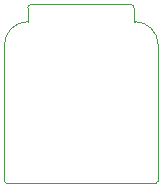
<source format=gbr>
%TF.GenerationSoftware,KiCad,Pcbnew,8.0.3*%
%TF.CreationDate,2024-10-09T18:17:50-05:00*%
%TF.ProjectId,udb-s,7564622d-732e-46b6-9963-61645f706362,rev?*%
%TF.SameCoordinates,Original*%
%TF.FileFunction,Profile,NP*%
%FSLAX46Y46*%
G04 Gerber Fmt 4.6, Leading zero omitted, Abs format (unit mm)*
G04 Created by KiCad (PCBNEW 8.0.3) date 2024-10-09 18:17:50*
%MOMM*%
%LPD*%
G01*
G04 APERTURE LIST*
%TA.AperFunction,Profile*%
%ADD10C,0.100000*%
%TD*%
G04 APERTURE END LIST*
D10*
X122790000Y-80265000D02*
X122790000Y-91800000D01*
X133835000Y-78294465D02*
G75*
G02*
X135800035Y-80259465I0J-1965035D01*
G01*
X122940000Y-91950000D02*
G75*
G02*
X122790000Y-91800000I0J150000D01*
G01*
X135800000Y-91800000D02*
G75*
G02*
X135650000Y-91950000I-150000J0D01*
G01*
X133465862Y-76835862D02*
X125060000Y-76840000D01*
X133780000Y-78290000D02*
X133770000Y-77140000D01*
X122940000Y-91950000D02*
X135650000Y-91950000D01*
X124755862Y-77144138D02*
G75*
G02*
X125060000Y-76839962I304138J38D01*
G01*
X122790000Y-80265000D02*
G75*
G02*
X124755000Y-78300000I1965000J0D01*
G01*
X133835000Y-78294465D02*
X133780000Y-78290000D01*
X124755862Y-77144138D02*
X124755000Y-78300000D01*
X133465862Y-76835862D02*
G75*
G02*
X133770038Y-77140000I38J-304138D01*
G01*
X135800000Y-91800000D02*
X135800000Y-80259465D01*
M02*

</source>
